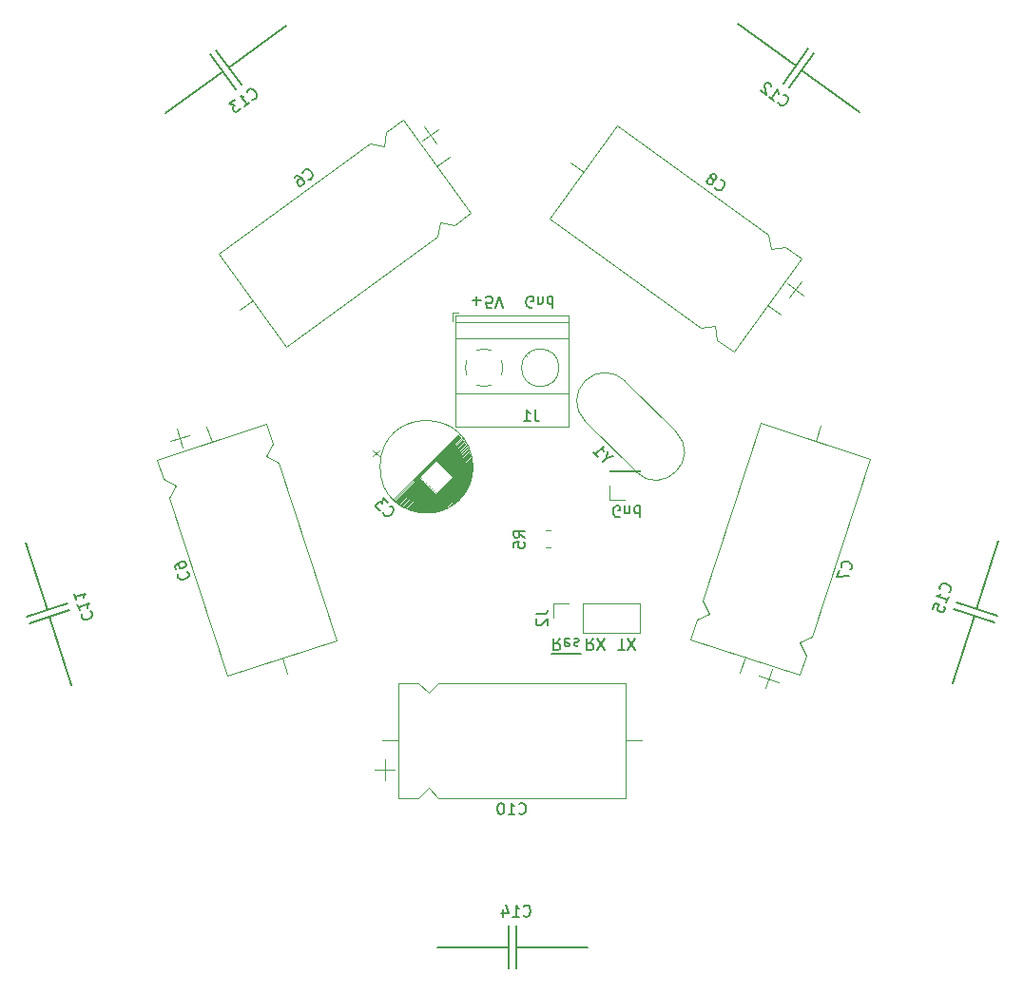
<source format=gbr>
%TF.GenerationSoftware,KiCad,Pcbnew,(5.1.8)-1*%
%TF.CreationDate,2021-10-28T00:16:18+03:00*%
%TF.ProjectId,StarDuino,53746172-4475-4696-9e6f-2e6b69636164,rev?*%
%TF.SameCoordinates,Original*%
%TF.FileFunction,Legend,Bot*%
%TF.FilePolarity,Positive*%
%FSLAX46Y46*%
G04 Gerber Fmt 4.6, Leading zero omitted, Abs format (unit mm)*
G04 Created by KiCad (PCBNEW (5.1.8)-1) date 2021-10-28 00:16:18*
%MOMM*%
%LPD*%
G01*
G04 APERTURE LIST*
%ADD10C,0.150000*%
%ADD11C,0.120000*%
G04 APERTURE END LIST*
D10*
X101203285Y-76255571D02*
X101965190Y-76255571D01*
X101584238Y-75874619D02*
X101584238Y-76636523D01*
X102917571Y-76874619D02*
X102441380Y-76874619D01*
X102393761Y-76398428D01*
X102441380Y-76446047D01*
X102536619Y-76493666D01*
X102774714Y-76493666D01*
X102869952Y-76446047D01*
X102917571Y-76398428D01*
X102965190Y-76303190D01*
X102965190Y-76065095D01*
X102917571Y-75969857D01*
X102869952Y-75922238D01*
X102774714Y-75874619D01*
X102536619Y-75874619D01*
X102441380Y-75922238D01*
X102393761Y-75969857D01*
X103250904Y-76874619D02*
X103584238Y-75874619D01*
X103917571Y-76874619D01*
X106545142Y-76827000D02*
X106449904Y-76874619D01*
X106307047Y-76874619D01*
X106164190Y-76827000D01*
X106068952Y-76731761D01*
X106021333Y-76636523D01*
X105973714Y-76446047D01*
X105973714Y-76303190D01*
X106021333Y-76112714D01*
X106068952Y-76017476D01*
X106164190Y-75922238D01*
X106307047Y-75874619D01*
X106402285Y-75874619D01*
X106545142Y-75922238D01*
X106592761Y-75969857D01*
X106592761Y-76303190D01*
X106402285Y-76303190D01*
X107021333Y-76541285D02*
X107021333Y-75874619D01*
X107021333Y-76446047D02*
X107068952Y-76493666D01*
X107164190Y-76541285D01*
X107307047Y-76541285D01*
X107402285Y-76493666D01*
X107449904Y-76398428D01*
X107449904Y-75874619D01*
X108354666Y-75874619D02*
X108354666Y-76874619D01*
X108354666Y-75922238D02*
X108259428Y-75874619D01*
X108068952Y-75874619D01*
X107973714Y-75922238D01*
X107926095Y-75969857D01*
X107878476Y-76065095D01*
X107878476Y-76350809D01*
X107926095Y-76446047D01*
X107973714Y-76493666D01*
X108068952Y-76541285D01*
X108259428Y-76541285D01*
X108354666Y-76493666D01*
X114292142Y-95496000D02*
X114196904Y-95543619D01*
X114054047Y-95543619D01*
X113911190Y-95496000D01*
X113815952Y-95400761D01*
X113768333Y-95305523D01*
X113720714Y-95115047D01*
X113720714Y-94972190D01*
X113768333Y-94781714D01*
X113815952Y-94686476D01*
X113911190Y-94591238D01*
X114054047Y-94543619D01*
X114149285Y-94543619D01*
X114292142Y-94591238D01*
X114339761Y-94638857D01*
X114339761Y-94972190D01*
X114149285Y-94972190D01*
X114768333Y-95210285D02*
X114768333Y-94543619D01*
X114768333Y-95115047D02*
X114815952Y-95162666D01*
X114911190Y-95210285D01*
X115054047Y-95210285D01*
X115149285Y-95162666D01*
X115196904Y-95067428D01*
X115196904Y-94543619D01*
X116101666Y-94543619D02*
X116101666Y-95543619D01*
X116101666Y-94591238D02*
X116006428Y-94543619D01*
X115815952Y-94543619D01*
X115720714Y-94591238D01*
X115673095Y-94638857D01*
X115625476Y-94734095D01*
X115625476Y-95019809D01*
X115673095Y-95115047D01*
X115720714Y-95162666D01*
X115815952Y-95210285D01*
X116006428Y-95210285D01*
X116101666Y-95162666D01*
X111974333Y-106354619D02*
X111641000Y-106830809D01*
X111402904Y-106354619D02*
X111402904Y-107354619D01*
X111783857Y-107354619D01*
X111879095Y-107307000D01*
X111926714Y-107259380D01*
X111974333Y-107164142D01*
X111974333Y-107021285D01*
X111926714Y-106926047D01*
X111879095Y-106878428D01*
X111783857Y-106830809D01*
X111402904Y-106830809D01*
X112307666Y-107354619D02*
X112974333Y-106354619D01*
X112974333Y-107354619D02*
X112307666Y-106354619D01*
X108204166Y-107722000D02*
X109204166Y-107722000D01*
X109013690Y-106354619D02*
X108680357Y-106830809D01*
X108442261Y-106354619D02*
X108442261Y-107354619D01*
X108823214Y-107354619D01*
X108918452Y-107307000D01*
X108966071Y-107259380D01*
X109013690Y-107164142D01*
X109013690Y-107021285D01*
X108966071Y-106926047D01*
X108918452Y-106878428D01*
X108823214Y-106830809D01*
X108442261Y-106830809D01*
X109204166Y-107722000D02*
X110061309Y-107722000D01*
X109823214Y-106402238D02*
X109727976Y-106354619D01*
X109537500Y-106354619D01*
X109442261Y-106402238D01*
X109394642Y-106497476D01*
X109394642Y-106878428D01*
X109442261Y-106973666D01*
X109537500Y-107021285D01*
X109727976Y-107021285D01*
X109823214Y-106973666D01*
X109870833Y-106878428D01*
X109870833Y-106783190D01*
X109394642Y-106687952D01*
X110061309Y-107722000D02*
X110870833Y-107722000D01*
X110251785Y-106402238D02*
X110347023Y-106354619D01*
X110537500Y-106354619D01*
X110632738Y-106402238D01*
X110680357Y-106497476D01*
X110680357Y-106545095D01*
X110632738Y-106640333D01*
X110537500Y-106687952D01*
X110394642Y-106687952D01*
X110299404Y-106735571D01*
X110251785Y-106830809D01*
X110251785Y-106878428D01*
X110299404Y-106973666D01*
X110394642Y-107021285D01*
X110537500Y-107021285D01*
X110632738Y-106973666D01*
X114173095Y-107354619D02*
X114744523Y-107354619D01*
X114458809Y-106354619D02*
X114458809Y-107354619D01*
X114982619Y-107354619D02*
X115649285Y-106354619D01*
X115649285Y-107354619D02*
X114982619Y-106354619D01*
D11*
%TO.C,R5*%
X107722936Y-96737500D02*
X108177064Y-96737500D01*
X107722936Y-98207500D02*
X108177064Y-98207500D01*
%TO.C,C10*%
X92474000Y-118043000D02*
X94274000Y-118043000D01*
X93374000Y-118943000D02*
X93374000Y-117143000D01*
X94574000Y-120563000D02*
X94574000Y-110323000D01*
X114814000Y-120563000D02*
X114814000Y-110323000D01*
X94574000Y-120563000D02*
X96374000Y-120563000D01*
X96374000Y-120563000D02*
X97274000Y-119663000D01*
X97274000Y-119663000D02*
X98174000Y-120563000D01*
X98174000Y-120563000D02*
X114814000Y-120563000D01*
X94574000Y-110323000D02*
X96374000Y-110323000D01*
X96374000Y-110323000D02*
X97274000Y-111223000D01*
X97274000Y-111223000D02*
X98174000Y-110323000D01*
X98174000Y-110323000D02*
X114814000Y-110323000D01*
X93134000Y-115443000D02*
X94574000Y-115443000D01*
X116254000Y-115443000D02*
X114814000Y-115443000D01*
%TO.C,C9*%
X74857286Y-87651268D02*
X75413517Y-89363170D01*
X74279451Y-88785334D02*
X75991352Y-88229104D01*
X73109560Y-90427210D02*
X82848378Y-87262876D01*
X79364064Y-109676594D02*
X89102882Y-106512260D01*
X73109560Y-90427210D02*
X73665790Y-92139112D01*
X73665790Y-92139112D02*
X74799856Y-92716947D01*
X74799856Y-92716947D02*
X74222021Y-93851013D01*
X74222021Y-93851013D02*
X79364064Y-109676594D01*
X82848378Y-87262876D02*
X83404609Y-88974777D01*
X83404609Y-88974777D02*
X82826773Y-90108844D01*
X82826773Y-90108844D02*
X83960839Y-90686679D01*
X83960839Y-90686679D02*
X89102882Y-106512260D01*
X77533984Y-87475521D02*
X77978969Y-88845043D01*
X84678457Y-109463948D02*
X84233473Y-108094427D01*
%TO.C,C8*%
X130691208Y-75797083D02*
X129234978Y-74739070D01*
X130492100Y-74539961D02*
X129434086Y-75996192D01*
X130473492Y-72524011D02*
X124454571Y-80808345D01*
X114098988Y-60627238D02*
X108080067Y-68911572D01*
X130473492Y-72524011D02*
X129017261Y-71465998D01*
X129017261Y-71465998D02*
X127760139Y-71665107D01*
X127760139Y-71665107D02*
X127561030Y-70407985D01*
X127561030Y-70407985D02*
X114098988Y-60627238D01*
X124454571Y-80808345D02*
X122998340Y-79750332D01*
X122998340Y-79750332D02*
X122799231Y-78493210D01*
X122799231Y-78493210D02*
X121542109Y-78692319D01*
X121542109Y-78692319D02*
X108080067Y-68911572D01*
X128629016Y-77512589D02*
X127464031Y-76666178D01*
X109924543Y-63922994D02*
X111089527Y-64769405D01*
%TO.C,C7*%
X127300780Y-110805620D02*
X127857011Y-109093718D01*
X128434846Y-110227785D02*
X126722945Y-109671554D01*
X130346378Y-109587124D02*
X120607560Y-106422790D01*
X136600882Y-90337740D02*
X126862064Y-87173406D01*
X130346378Y-109587124D02*
X130902609Y-107875223D01*
X130902609Y-107875223D02*
X130324773Y-106741156D01*
X130324773Y-106741156D02*
X131458839Y-106163321D01*
X131458839Y-106163321D02*
X136600882Y-90337740D01*
X120607560Y-106422790D02*
X121163790Y-104710888D01*
X121163790Y-104710888D02*
X122297856Y-104133053D01*
X122297856Y-104133053D02*
X121720021Y-102998987D01*
X121720021Y-102998987D02*
X126862064Y-87173406D01*
X125031984Y-109374479D02*
X125476969Y-108004957D01*
X132176457Y-87386052D02*
X131731473Y-88755573D01*
%TO.C,J3*%
X113414500Y-94040000D02*
X114744500Y-94040000D01*
X113414500Y-92710000D02*
X113414500Y-94040000D01*
X113414500Y-91440000D02*
X116074500Y-91440000D01*
X116074500Y-91440000D02*
X116074500Y-91380000D01*
X113414500Y-91440000D02*
X113414500Y-91380000D01*
X113414500Y-91380000D02*
X116074500Y-91380000D01*
%TO.C,C6*%
X98170725Y-60966028D02*
X96714494Y-62024042D01*
X96913603Y-60766920D02*
X97971617Y-62223150D01*
X94990571Y-60161655D02*
X101009492Y-68445989D01*
X78616067Y-72058428D02*
X84634988Y-80342762D01*
X94990571Y-60161655D02*
X93534340Y-61219668D01*
X93534340Y-61219668D02*
X93335231Y-62476790D01*
X93335231Y-62476790D02*
X92078109Y-62277681D01*
X92078109Y-62277681D02*
X78616067Y-72058428D01*
X101009492Y-68445989D02*
X99553261Y-69504002D01*
X99553261Y-69504002D02*
X98296139Y-69304893D01*
X98296139Y-69304893D02*
X98097030Y-70562015D01*
X98097030Y-70562015D02*
X84634988Y-80342762D01*
X99165016Y-63457411D02*
X98000031Y-64303822D01*
X80460543Y-77047006D02*
X81625527Y-76200595D01*
%TO.C,J2*%
X108398000Y-103191000D02*
X108398000Y-104521000D01*
X109728000Y-103191000D02*
X108398000Y-103191000D01*
X110998000Y-103191000D02*
X110998000Y-105851000D01*
X110998000Y-105851000D02*
X116138000Y-105851000D01*
X110998000Y-103191000D02*
X116138000Y-103191000D01*
X116138000Y-103191000D02*
X116138000Y-105851000D01*
%TO.C,C3*%
X92331304Y-90138394D02*
X92896989Y-89572708D01*
X92331304Y-89572708D02*
X92896989Y-90138394D01*
X99595198Y-94316474D02*
X100348974Y-93562698D01*
X99400744Y-94454360D02*
X100486860Y-93368244D01*
X99245180Y-94553355D02*
X100585855Y-93212680D01*
X99110830Y-94631137D02*
X100663637Y-93078330D01*
X98989915Y-94695483D02*
X100727983Y-92957415D01*
X98878899Y-94749931D02*
X100782431Y-92846399D01*
X98774954Y-94797307D02*
X100829807Y-92742454D01*
X98676667Y-94839026D02*
X100871526Y-92644167D01*
X98582621Y-94876503D02*
X100909003Y-92550121D01*
X98493526Y-94909030D02*
X100941530Y-92461026D01*
X98407259Y-94938728D02*
X100971228Y-92374759D01*
X98324527Y-94964891D02*
X100997391Y-92292027D01*
X98243917Y-94988933D02*
X101021433Y-92211417D01*
X98166136Y-95010146D02*
X101042646Y-92133636D01*
X98089768Y-95029945D02*
X101062445Y-92057268D01*
X98016229Y-95046915D02*
X101079415Y-91983729D01*
X97944104Y-95062472D02*
X101094972Y-91911604D01*
X97874100Y-95075907D02*
X101108407Y-91841600D01*
X97804804Y-95088635D02*
X101121135Y-91772304D01*
X97737629Y-95099241D02*
X101131741Y-91705129D01*
X97671161Y-95109141D02*
X101141641Y-91638661D01*
X97606814Y-95116919D02*
X101149419Y-91574314D01*
X97542467Y-95124697D02*
X101157197Y-91509967D01*
X97480242Y-95130354D02*
X101162854Y-91447742D01*
X97418724Y-95135304D02*
X101167804Y-91386224D01*
X97357912Y-95139546D02*
X101172046Y-91325412D01*
X97298516Y-95142375D02*
X101174875Y-91266016D01*
X97239826Y-95144496D02*
X101176996Y-91207326D01*
X97181843Y-95145910D02*
X101178410Y-91149343D01*
X97124567Y-95146618D02*
X101179118Y-91092067D01*
X97067999Y-95146618D02*
X101179118Y-91035499D01*
X97012844Y-95145203D02*
X101177703Y-90980344D01*
X96957690Y-95143789D02*
X101176289Y-90925190D01*
X96903950Y-95140961D02*
X101173461Y-90871450D01*
X96850210Y-95138132D02*
X101170632Y-90817710D01*
X96797177Y-95134597D02*
X101167097Y-90764677D01*
X96744851Y-95130354D02*
X101162854Y-90712351D01*
X96693939Y-95124697D02*
X101157197Y-90661439D01*
X96642320Y-95119747D02*
X101152247Y-90609820D01*
X96592116Y-95113384D02*
X101145884Y-90559616D01*
X96542618Y-95106312D02*
X101138812Y-90510118D01*
X96493121Y-95099241D02*
X101131741Y-90460621D01*
X96444331Y-95091463D02*
X101123963Y-90411831D01*
X96395540Y-95083685D02*
X101116185Y-90363040D01*
X96348164Y-95074493D02*
X101106993Y-90315664D01*
X99434685Y-91931403D02*
X101097800Y-90268288D01*
X96300788Y-95065300D02*
X97963903Y-93402185D01*
X99406401Y-91903119D02*
X101087901Y-90221619D01*
X96254119Y-95055401D02*
X97935619Y-93373901D01*
X99378117Y-91874834D02*
X101078001Y-90174950D01*
X96207450Y-95045501D02*
X97907334Y-93345617D01*
X99349832Y-91846550D02*
X101067395Y-90128988D01*
X96161488Y-95034895D02*
X97879050Y-93317332D01*
X99321548Y-91818266D02*
X101056081Y-90083733D01*
X96116233Y-95023581D02*
X97850766Y-93289048D01*
X99293264Y-91789982D02*
X101044767Y-90038478D01*
X96070978Y-95012267D02*
X97822482Y-93260764D01*
X99264979Y-91761697D02*
X101032746Y-89993930D01*
X96026430Y-95000246D02*
X97794197Y-93232479D01*
X99236695Y-91733413D02*
X101020019Y-89950090D01*
X95982590Y-94987519D02*
X97765913Y-93204195D01*
X99208411Y-91705129D02*
X101007291Y-89906249D01*
X95938749Y-94974791D02*
X97737629Y-93175911D01*
X99180127Y-91676845D02*
X100994563Y-89862409D01*
X95894909Y-94962063D02*
X97709345Y-93147627D01*
X99151842Y-91648560D02*
X100981128Y-89819275D01*
X95851775Y-94948628D02*
X97681060Y-93119342D01*
X99123558Y-91620276D02*
X100966985Y-89776849D01*
X95809349Y-94934485D02*
X97652776Y-93091058D01*
X99095274Y-91591992D02*
X100952136Y-89735129D01*
X95767629Y-94919636D02*
X97624492Y-93062774D01*
X99066990Y-91563707D02*
X100937994Y-89692703D01*
X95725203Y-94905494D02*
X97596207Y-93034490D01*
X99038705Y-91535423D02*
X100922438Y-89651691D01*
X95684191Y-94889938D02*
X97567923Y-93006205D01*
X99010421Y-91507139D02*
X100906881Y-89610679D01*
X95643179Y-94874381D02*
X97539639Y-92977921D01*
X98982137Y-91478855D02*
X100891325Y-89569666D01*
X95602166Y-94858825D02*
X97511355Y-92949637D01*
X98953852Y-91450570D02*
X100875062Y-89529361D01*
X95561861Y-94842562D02*
X97483070Y-92921352D01*
X98925568Y-91422286D02*
X100858798Y-89489056D01*
X95521556Y-94826298D02*
X97454786Y-92893068D01*
X98897284Y-91394002D02*
X100841828Y-89449458D01*
X95481958Y-94809328D02*
X97426502Y-92864784D01*
X98869000Y-91365718D02*
X100824150Y-89410567D01*
X95443067Y-94791650D02*
X97398218Y-92836500D01*
X98840715Y-91337433D02*
X100807179Y-89370969D01*
X95403469Y-94774679D02*
X97369933Y-92808215D01*
X98812431Y-91309149D02*
X100788795Y-89332786D01*
X95365286Y-94756295D02*
X97341649Y-92779931D01*
X98784147Y-91280865D02*
X100771117Y-89293895D01*
X95326395Y-94738617D02*
X97313365Y-92751647D01*
X98755863Y-91252580D02*
X100752025Y-89256418D01*
X95288918Y-94719525D02*
X97285080Y-92723363D01*
X98727578Y-91224296D02*
X100733640Y-89218234D01*
X95250734Y-94701140D02*
X97256796Y-92695078D01*
X98699294Y-91196012D02*
X100713841Y-89181465D01*
X95213965Y-94681341D02*
X97228512Y-92666794D01*
X98671010Y-91167728D02*
X100694749Y-89143988D01*
X95176488Y-94662249D02*
X97200228Y-92638510D01*
X98642726Y-91139443D02*
X100674950Y-89107219D01*
X95139719Y-94642450D02*
X97171943Y-92610226D01*
X98614441Y-91111159D02*
X100654444Y-89071156D01*
X95103656Y-94621944D02*
X97143659Y-92581941D01*
X98586157Y-91082875D02*
X100633938Y-89035094D01*
X95067594Y-94601438D02*
X97115375Y-92553657D01*
X98557873Y-91054591D02*
X100613432Y-88999031D01*
X95031531Y-94580932D02*
X97087091Y-92525373D01*
X98529588Y-91026306D02*
X100592219Y-88963676D01*
X94996176Y-94559719D02*
X97058806Y-92497088D01*
X98501304Y-90998022D02*
X100571006Y-88928320D01*
X94960820Y-94538506D02*
X97030522Y-92468804D01*
X98473020Y-90969738D02*
X100549085Y-88893672D01*
X94926172Y-94516585D02*
X97002238Y-92440520D01*
X98444736Y-90941453D02*
X100527165Y-88859024D01*
X94891524Y-94494665D02*
X96973953Y-92412236D01*
X98416451Y-90913169D02*
X100505245Y-88824376D01*
X94856876Y-94472745D02*
X96945669Y-92383951D01*
X98388167Y-90884885D02*
X100482617Y-88790435D01*
X94822935Y-94450117D02*
X96917385Y-92355667D01*
X98359883Y-90856601D02*
X100459990Y-88756494D01*
X94788994Y-94427490D02*
X96889101Y-92327383D01*
X98331599Y-90828316D02*
X100436655Y-88723260D01*
X94755760Y-94404155D02*
X96860816Y-92299099D01*
X98302607Y-90799325D02*
X100412614Y-88689318D01*
X94721818Y-94380114D02*
X96831825Y-92270107D01*
X98274323Y-90771041D02*
X100388572Y-88656791D01*
X94689291Y-94356072D02*
X96803541Y-92241823D01*
X98246039Y-90742756D02*
X100365238Y-88623557D01*
X94656057Y-94332738D02*
X96775256Y-92213539D01*
X98217754Y-90714472D02*
X100340489Y-88591738D01*
X94624238Y-94307989D02*
X96746972Y-92185254D01*
X98189470Y-90686188D02*
X100316447Y-88559211D01*
X94591711Y-94283947D02*
X96718688Y-92156970D01*
X98161186Y-90657904D02*
X100290991Y-88528098D01*
X94560598Y-94258491D02*
X96690404Y-92128686D01*
X98132902Y-90629619D02*
X100266243Y-88496278D01*
X94528778Y-94233743D02*
X96662119Y-92100402D01*
X98104617Y-90601335D02*
X100240787Y-88465166D01*
X94497666Y-94208287D02*
X96633835Y-92072117D01*
X98076333Y-90573051D02*
X100215331Y-88434053D01*
X94466553Y-94182831D02*
X96605551Y-92043833D01*
X98048049Y-90544767D02*
X100189168Y-88403647D01*
X94436147Y-94156668D02*
X96577267Y-92015549D01*
X98019764Y-90516482D02*
X100163005Y-88373242D01*
X94405742Y-94130505D02*
X96548982Y-91987264D01*
X97991480Y-90488198D02*
X100136842Y-88342836D01*
X94375336Y-94104342D02*
X96520698Y-91958980D01*
X94345638Y-94077472D02*
X100109972Y-88313138D01*
X94316646Y-94049895D02*
X100082395Y-88284146D01*
X94286948Y-94023025D02*
X100055525Y-88254448D01*
X94257956Y-93995448D02*
X100027948Y-88225456D01*
X94229672Y-93967163D02*
X99999663Y-88197172D01*
X94201388Y-93938879D02*
X99971379Y-88168888D01*
X101206383Y-91053883D02*
G75*
G03*
X101206383Y-91053883I-4120000J0D01*
G01*
%TO.C,J1*%
X99435000Y-77332500D02*
X99935000Y-77332500D01*
X99435000Y-78072500D02*
X99435000Y-77332500D01*
X106008000Y-81209500D02*
X105961000Y-81163500D01*
X108305000Y-83507500D02*
X108270000Y-83471500D01*
X106201000Y-80993500D02*
X106166000Y-80958500D01*
X108510000Y-83301500D02*
X108463000Y-83255500D01*
X109795000Y-87493500D02*
X109795000Y-77572500D01*
X99675000Y-87493500D02*
X99675000Y-77572500D01*
X99675000Y-77572500D02*
X109795000Y-77572500D01*
X99675000Y-87493500D02*
X109795000Y-87493500D01*
X99675000Y-84533500D02*
X109795000Y-84533500D01*
X99675000Y-79632500D02*
X109795000Y-79632500D01*
X99675000Y-78132500D02*
X109795000Y-78132500D01*
X108915000Y-82232500D02*
G75*
G03*
X108915000Y-82232500I-1680000J0D01*
G01*
X102918318Y-80697744D02*
G75*
G03*
X102235000Y-80552500I-683318J-1534756D01*
G01*
X103770426Y-82915542D02*
G75*
G03*
X103770000Y-81548500I-1535426J683042D01*
G01*
X101551958Y-83767926D02*
G75*
G03*
X102919000Y-83767500I683042J1535426D01*
G01*
X100699574Y-81549458D02*
G75*
G03*
X100700000Y-82916500I1535426J-683042D01*
G01*
X102263805Y-80552247D02*
G75*
G03*
X101551000Y-80697500I-28805J-1680253D01*
G01*
%TO.C,Y1*%
X114786043Y-83402154D02*
X119311527Y-87927638D01*
X111215154Y-86973043D02*
X115740638Y-91498527D01*
X114786044Y-83402155D02*
G75*
G03*
X111215154Y-86973043I-1785445J-1785444D01*
G01*
X119311526Y-87927637D02*
G75*
G02*
X115740638Y-91498527I-1785444J-1785445D01*
G01*
D10*
%TO.C,C11*%
X61521415Y-104418667D02*
X65144940Y-103241312D01*
X61717641Y-105022587D02*
X65341166Y-103845233D01*
X63529403Y-104433910D02*
X65491661Y-110473119D01*
X63333178Y-103829989D02*
X61370920Y-97790780D01*
%TO.C,C12*%
X130490153Y-55719545D02*
X135627411Y-59451982D01*
X129976428Y-55346302D02*
X124839170Y-51613865D01*
X131096159Y-53805124D02*
X128856697Y-56887479D01*
X131609884Y-54178368D02*
X129370422Y-57260723D01*
%TO.C,C13*%
X78379922Y-53932124D02*
X80619384Y-57014479D01*
X77866197Y-54305368D02*
X80105659Y-57387723D01*
X78985928Y-55846545D02*
X73848670Y-59578982D01*
X79499653Y-55473302D02*
X84636911Y-51740865D01*
%TO.C,C14*%
X104457500Y-133858000D02*
X98107500Y-133858000D01*
X105092500Y-133858000D02*
X111442500Y-133858000D01*
X105092500Y-135763000D02*
X105092500Y-131953000D01*
X104457500Y-135763000D02*
X104457500Y-131953000D01*
%TO.C,C15*%
X147705359Y-104895587D02*
X144081834Y-103718232D01*
X147901585Y-104291666D02*
X144278060Y-103114312D01*
X146089822Y-103702989D02*
X148052080Y-97663780D01*
X145893597Y-104306910D02*
X143931339Y-110346119D01*
%TO.C,R5*%
X105862380Y-97369333D02*
X105386190Y-97036000D01*
X105862380Y-96797904D02*
X104862380Y-96797904D01*
X104862380Y-97178857D01*
X104910000Y-97274095D01*
X104957619Y-97321714D01*
X105052857Y-97369333D01*
X105195714Y-97369333D01*
X105290952Y-97321714D01*
X105338571Y-97274095D01*
X105386190Y-97178857D01*
X105386190Y-96797904D01*
X104862380Y-98274095D02*
X104862380Y-97797904D01*
X105338571Y-97750285D01*
X105290952Y-97797904D01*
X105243333Y-97893142D01*
X105243333Y-98131238D01*
X105290952Y-98226476D01*
X105338571Y-98274095D01*
X105433809Y-98321714D01*
X105671904Y-98321714D01*
X105767142Y-98274095D01*
X105814761Y-98226476D01*
X105862380Y-98131238D01*
X105862380Y-97893142D01*
X105814761Y-97797904D01*
X105767142Y-97750285D01*
%TO.C,C10*%
X105336857Y-121920142D02*
X105384476Y-121967761D01*
X105527333Y-122015380D01*
X105622571Y-122015380D01*
X105765428Y-121967761D01*
X105860666Y-121872523D01*
X105908285Y-121777285D01*
X105955904Y-121586809D01*
X105955904Y-121443952D01*
X105908285Y-121253476D01*
X105860666Y-121158238D01*
X105765428Y-121063000D01*
X105622571Y-121015380D01*
X105527333Y-121015380D01*
X105384476Y-121063000D01*
X105336857Y-121110619D01*
X104384476Y-122015380D02*
X104955904Y-122015380D01*
X104670190Y-122015380D02*
X104670190Y-121015380D01*
X104765428Y-121158238D01*
X104860666Y-121253476D01*
X104955904Y-121301095D01*
X103765428Y-121015380D02*
X103670190Y-121015380D01*
X103574952Y-121063000D01*
X103527333Y-121110619D01*
X103479714Y-121205857D01*
X103432095Y-121396333D01*
X103432095Y-121634428D01*
X103479714Y-121824904D01*
X103527333Y-121920142D01*
X103574952Y-121967761D01*
X103670190Y-122015380D01*
X103765428Y-122015380D01*
X103860666Y-121967761D01*
X103908285Y-121920142D01*
X103955904Y-121824904D01*
X104003523Y-121634428D01*
X104003523Y-121396333D01*
X103955904Y-121205857D01*
X103908285Y-121110619D01*
X103860666Y-121063000D01*
X103765428Y-121015380D01*
%TO.C,C9*%
X74997594Y-100629791D02*
X74967021Y-100689795D01*
X74965878Y-100840375D01*
X74995308Y-100930952D01*
X75084742Y-101052102D01*
X75204749Y-101113248D01*
X75310041Y-101129107D01*
X75505909Y-101115535D01*
X75641775Y-101071389D01*
X75808213Y-100967241D01*
X75884075Y-100892522D01*
X75945221Y-100772515D01*
X75946365Y-100621935D01*
X75916934Y-100531358D01*
X75827501Y-100410208D01*
X75767497Y-100379635D01*
X74759867Y-100206337D02*
X74701006Y-100025184D01*
X74716864Y-99919892D01*
X74747438Y-99859888D01*
X74853873Y-99725166D01*
X75020311Y-99621017D01*
X75382618Y-99503297D01*
X75487910Y-99519155D01*
X75547914Y-99549728D01*
X75622632Y-99625590D01*
X75681493Y-99806743D01*
X75665635Y-99912035D01*
X75635061Y-99972039D01*
X75559200Y-100046757D01*
X75332758Y-100120333D01*
X75227466Y-100104475D01*
X75167462Y-100073901D01*
X75092744Y-99998040D01*
X75033883Y-99816886D01*
X75049741Y-99711594D01*
X75080315Y-99651591D01*
X75156176Y-99576872D01*
%TO.C,C8*%
X122798937Y-66153506D02*
X122809472Y-66220021D01*
X122897056Y-66342515D01*
X122974106Y-66398494D01*
X123117669Y-66443939D01*
X123250698Y-66422869D01*
X123345202Y-66373810D01*
X123495686Y-66247701D01*
X123579655Y-66132127D01*
X123653090Y-65950039D01*
X123670545Y-65845000D01*
X123649475Y-65711971D01*
X123561891Y-65589477D01*
X123484842Y-65533498D01*
X123341278Y-65488053D01*
X123274764Y-65498588D01*
X122616540Y-65432383D02*
X122721579Y-65449838D01*
X122788093Y-65439303D01*
X122882597Y-65390243D01*
X122910587Y-65351719D01*
X122928042Y-65246680D01*
X122917507Y-65180165D01*
X122868448Y-65085661D01*
X122714349Y-64973702D01*
X122609310Y-64956247D01*
X122542796Y-64966782D01*
X122448292Y-65015842D01*
X122420302Y-65054366D01*
X122402847Y-65159405D01*
X122413382Y-65225920D01*
X122462441Y-65320424D01*
X122616540Y-65432383D01*
X122665599Y-65526887D01*
X122676134Y-65593401D01*
X122658679Y-65698440D01*
X122546720Y-65852539D01*
X122452216Y-65901598D01*
X122385701Y-65912133D01*
X122280662Y-65894678D01*
X122126564Y-65782719D01*
X122077504Y-65688215D01*
X122066970Y-65621701D01*
X122084425Y-65516662D01*
X122196384Y-65362563D01*
X122290888Y-65313504D01*
X122357402Y-65302969D01*
X122462441Y-65320424D01*
%TO.C,C7*%
X134815852Y-100223302D02*
X134875856Y-100192729D01*
X134965290Y-100071579D01*
X134994720Y-99981002D01*
X134993577Y-99830422D01*
X134932430Y-99710415D01*
X134856568Y-99635696D01*
X134690130Y-99531547D01*
X134554265Y-99487402D01*
X134358396Y-99473830D01*
X134253104Y-99489688D01*
X134133097Y-99550835D01*
X134043663Y-99671985D01*
X134014233Y-99762562D01*
X134015376Y-99913142D01*
X134045949Y-99973146D01*
X133852367Y-100260734D02*
X133646356Y-100894772D01*
X134729848Y-100796193D01*
%TO.C,C6*%
X86560292Y-65491994D02*
X86626806Y-65502529D01*
X86770370Y-65457084D01*
X86847419Y-65401105D01*
X86935003Y-65278611D01*
X86956073Y-65145582D01*
X86938618Y-65040543D01*
X86865184Y-64858455D01*
X86781214Y-64742881D01*
X86630731Y-64616772D01*
X86536226Y-64567713D01*
X86403198Y-64546643D01*
X86259634Y-64592088D01*
X86182585Y-64648067D01*
X86095001Y-64770561D01*
X86084466Y-64837075D01*
X85335043Y-65263842D02*
X85489142Y-65151883D01*
X85594181Y-65134428D01*
X85660695Y-65144963D01*
X85821714Y-65204557D01*
X85972197Y-65330666D01*
X86196115Y-65638863D01*
X86213570Y-65743902D01*
X86203036Y-65810416D01*
X86153976Y-65904920D01*
X85999878Y-66016880D01*
X85894839Y-66034334D01*
X85828324Y-66023800D01*
X85733820Y-65974740D01*
X85593871Y-65782117D01*
X85576416Y-65677078D01*
X85586951Y-65610564D01*
X85636011Y-65516060D01*
X85790109Y-65404100D01*
X85895148Y-65386645D01*
X85961662Y-65397180D01*
X86056167Y-65446240D01*
%TO.C,J2*%
X106850380Y-104187666D02*
X107564666Y-104187666D01*
X107707523Y-104140047D01*
X107802761Y-104044809D01*
X107850380Y-103901952D01*
X107850380Y-103806714D01*
X106945619Y-104616238D02*
X106898000Y-104663857D01*
X106850380Y-104759095D01*
X106850380Y-104997190D01*
X106898000Y-105092428D01*
X106945619Y-105140047D01*
X107040857Y-105187666D01*
X107136095Y-105187666D01*
X107278952Y-105140047D01*
X107850380Y-104568619D01*
X107850380Y-105187666D01*
%TO.C,C3*%
X93239385Y-95136583D02*
X93239385Y-95203926D01*
X93306729Y-95338613D01*
X93374073Y-95405957D01*
X93508760Y-95473300D01*
X93643447Y-95473300D01*
X93744462Y-95439629D01*
X93912821Y-95338613D01*
X94013836Y-95237598D01*
X94114851Y-95069239D01*
X94148523Y-94968224D01*
X94148523Y-94833537D01*
X94081179Y-94698850D01*
X94013836Y-94631506D01*
X93879149Y-94564163D01*
X93811805Y-94564163D01*
X93643447Y-94261117D02*
X93205714Y-93823384D01*
X93172042Y-94328461D01*
X93071027Y-94227445D01*
X92970011Y-94193774D01*
X92902668Y-94193774D01*
X92801653Y-94227445D01*
X92633294Y-94395804D01*
X92599622Y-94496819D01*
X92599622Y-94564163D01*
X92633294Y-94665178D01*
X92835324Y-94867209D01*
X92936340Y-94900881D01*
X93003683Y-94900881D01*
%TO.C,J1*%
X106759333Y-86002880D02*
X106759333Y-86717166D01*
X106806952Y-86860023D01*
X106902190Y-86955261D01*
X107045047Y-87002880D01*
X107140285Y-87002880D01*
X105759333Y-87002880D02*
X106330761Y-87002880D01*
X106045047Y-87002880D02*
X106045047Y-86002880D01*
X106140285Y-86145738D01*
X106235523Y-86240976D01*
X106330761Y-86288595D01*
%TO.C,Y1*%
X113124342Y-90262773D02*
X112787624Y-90599491D01*
X113730433Y-90128086D02*
X113124342Y-90262773D01*
X113259029Y-89656682D01*
X111945831Y-89757697D02*
X112349892Y-90161758D01*
X112147861Y-89959727D02*
X112854968Y-89252621D01*
X112821296Y-89420979D01*
X112821296Y-89555666D01*
X112854968Y-89656682D01*
%TO.C,C11*%
X66407998Y-104174537D02*
X66377425Y-104234541D01*
X66376282Y-104385121D01*
X66405712Y-104475698D01*
X66495146Y-104596848D01*
X66615153Y-104657995D01*
X66720445Y-104673853D01*
X66916313Y-104660281D01*
X67052179Y-104616136D01*
X67218617Y-104511987D01*
X67294479Y-104437268D01*
X67355625Y-104317261D01*
X67356769Y-104166681D01*
X67327338Y-104076104D01*
X67237905Y-103954954D01*
X67177901Y-103924381D01*
X66023120Y-103298199D02*
X66199701Y-103841660D01*
X66111410Y-103569930D02*
X67062467Y-103260913D01*
X66956032Y-103395635D01*
X66894885Y-103515642D01*
X66879027Y-103620934D01*
X65728818Y-102392431D02*
X65905399Y-102935892D01*
X65817108Y-102664162D02*
X66768165Y-102355145D01*
X66661730Y-102489867D01*
X66600583Y-102609874D01*
X66584725Y-102715166D01*
%TO.C,C12*%
X128420368Y-58581727D02*
X128430902Y-58648241D01*
X128518486Y-58770735D01*
X128595536Y-58826715D01*
X128739099Y-58872160D01*
X128872128Y-58851090D01*
X128966632Y-58802031D01*
X129117116Y-58675922D01*
X129201085Y-58560348D01*
X129274520Y-58378260D01*
X129291975Y-58273221D01*
X129270905Y-58140192D01*
X129183321Y-58017698D01*
X129106272Y-57961718D01*
X128962708Y-57916274D01*
X128896194Y-57926809D01*
X127593896Y-58098981D02*
X128056191Y-58434858D01*
X127825043Y-58266919D02*
X128412829Y-57457902D01*
X128405909Y-57629456D01*
X128426978Y-57762485D01*
X128476038Y-57856989D01*
X127817504Y-57143095D02*
X127806970Y-57076581D01*
X127757910Y-56982076D01*
X127565287Y-56842127D01*
X127460248Y-56824673D01*
X127393734Y-56835207D01*
X127299229Y-56884267D01*
X127243250Y-56961316D01*
X127197805Y-57104880D01*
X127324223Y-57903052D01*
X126823403Y-57539185D01*
%TO.C,C13*%
X81582151Y-58326246D02*
X81648666Y-58336781D01*
X81792229Y-58291336D01*
X81869278Y-58235357D01*
X81956863Y-58112863D01*
X81977932Y-57979834D01*
X81960477Y-57874795D01*
X81887043Y-57692707D01*
X81803073Y-57577133D01*
X81652590Y-57451024D01*
X81558086Y-57401965D01*
X81425057Y-57380895D01*
X81281493Y-57426340D01*
X81204444Y-57482319D01*
X81116860Y-57604813D01*
X81106325Y-57671328D01*
X80867638Y-58963091D02*
X81329934Y-58627214D01*
X81098786Y-58795152D02*
X80511001Y-57986135D01*
X80672019Y-58045730D01*
X80805048Y-58066799D01*
X80910087Y-58049344D01*
X80010181Y-58350002D02*
X79509361Y-58713869D01*
X80002951Y-58826138D01*
X79887377Y-58910107D01*
X79838318Y-59004611D01*
X79827783Y-59071126D01*
X79845238Y-59176165D01*
X79985187Y-59368788D01*
X80079691Y-59417847D01*
X80146205Y-59428382D01*
X80251244Y-59410927D01*
X80482392Y-59242989D01*
X80531452Y-59148484D01*
X80541986Y-59081970D01*
%TO.C,C14*%
X105735357Y-131040142D02*
X105782976Y-131087761D01*
X105925833Y-131135380D01*
X106021071Y-131135380D01*
X106163928Y-131087761D01*
X106259166Y-130992523D01*
X106306785Y-130897285D01*
X106354404Y-130706809D01*
X106354404Y-130563952D01*
X106306785Y-130373476D01*
X106259166Y-130278238D01*
X106163928Y-130183000D01*
X106021071Y-130135380D01*
X105925833Y-130135380D01*
X105782976Y-130183000D01*
X105735357Y-130230619D01*
X104782976Y-131135380D02*
X105354404Y-131135380D01*
X105068690Y-131135380D02*
X105068690Y-130135380D01*
X105163928Y-130278238D01*
X105259166Y-130373476D01*
X105354404Y-130421095D01*
X103925833Y-130468714D02*
X103925833Y-131135380D01*
X104163928Y-130087761D02*
X104402023Y-130802047D01*
X103782976Y-130802047D01*
%TO.C,C15*%
X143608534Y-102220829D02*
X143668538Y-102190256D01*
X143757972Y-102069106D01*
X143787402Y-101978529D01*
X143786259Y-101827949D01*
X143725112Y-101707942D01*
X143649250Y-101633223D01*
X143482812Y-101529074D01*
X143346947Y-101484929D01*
X143151078Y-101471357D01*
X143045786Y-101487215D01*
X142925779Y-101548362D01*
X142836345Y-101669512D01*
X142806915Y-101760089D01*
X142808058Y-101910669D01*
X142838631Y-101970673D01*
X143404809Y-103156028D02*
X143581390Y-102612567D01*
X143493100Y-102884297D02*
X142542043Y-102575280D01*
X142707339Y-102528849D01*
X142827346Y-102467702D01*
X142902064Y-102391840D01*
X142174166Y-103707490D02*
X142321317Y-103254606D01*
X142788916Y-103356469D01*
X142728913Y-103387042D01*
X142654194Y-103462904D01*
X142580618Y-103689346D01*
X142596477Y-103794638D01*
X142627050Y-103854641D01*
X142702912Y-103929360D01*
X142929354Y-104002935D01*
X143034646Y-103987077D01*
X143094649Y-103956504D01*
X143169368Y-103880642D01*
X143242943Y-103654200D01*
X143227085Y-103548908D01*
X143196512Y-103488905D01*
%TD*%
M02*

</source>
